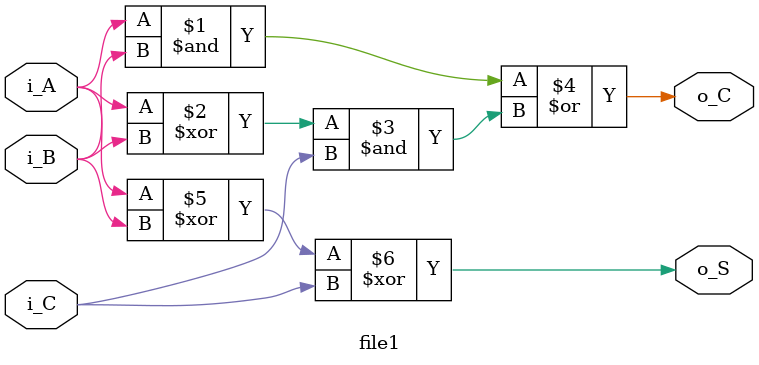
<source format=v>
module file1(   // Half adder
    input i_A,
    input i_B,
    input i_C,
    output o_C,     // carry
    output o_S      // sum
);



assign o_C = (i_A & i_B) | ((i_A ^ i_B) & i_C);
assign o_S = i_A ^ i_B ^ i_C;

endmodule


</source>
